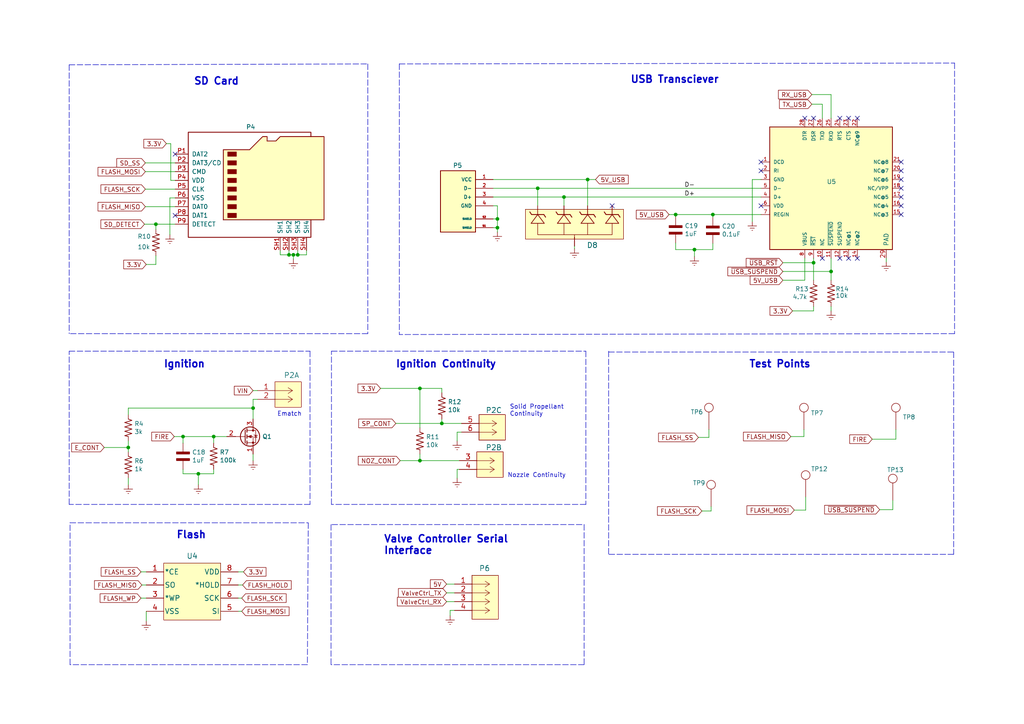
<source format=kicad_sch>
(kicad_sch (version 20211123) (generator eeschema)
  (paper "A4")
  (lib_symbols
    (symbol "Earth_1" (power) (pin_names (offset 0))
      (symbol "Earth_1_0_1"
        (polyline (pts (xy -0.635 -1.905) (xy 0.635 -1.905)))
        (polyline (pts (xy -0.127 -2.54) (xy 0.127 -2.54)))
        (polyline (pts (xy 0 -1.27) (xy 0 0)))
        (polyline (pts (xy 1.27 -1.27) (xy -1.27 -1.27)))
      )
      (symbol "Earth_1_1_1"
        (pin power_in line (at 0 0 270) (length 0) hide (name "Earth") (number "1"))
      )
    )
    (symbol "Earth_2" (power) (pin_names (offset 0))
      (symbol "Earth_2_0_1"
        (polyline (pts (xy -0.635 -1.905) (xy 0.635 -1.905)))
        (polyline (pts (xy -0.127 -2.54) (xy 0.127 -2.54)))
        (polyline (pts (xy 0 -1.27) (xy 0 0)))
        (polyline (pts (xy 1.27 -1.27) (xy -1.27 -1.27)))
      )
      (symbol "Earth_2_1_1"
        (pin power_in line (at 0 0 270) (length 0) hide (name "Earth") (number "1"))
      )
    )
    (symbol "Engine-Controller:140-504-415-000" (pin_names (offset 0.254) hide)
      (property "Reference" "P" (at 7.62 5.08 0))
      (symbol "140-504-415-000_1_1"
        (polyline (pts (xy 5.08 -10.16) (xy 12.7 -10.16)) (stroke (width 0.127)))
        (polyline (pts (xy 5.08 2.54) (xy 5.08 -10.16)) (stroke (width 0.127)))
        (polyline (pts (xy 10.16 -7.62) (xy 5.08 -7.62)) (stroke (width 0.127)))
        (polyline (pts (xy 10.16 -7.62) (xy 8.89 -8.4582)) (stroke (width 0.127)))
        (polyline (pts (xy 10.16 -7.62) (xy 8.89 -6.7818)) (stroke (width 0.127)))
        (polyline (pts (xy 10.16 -5.08) (xy 5.08 -5.08)) (stroke (width 0.127)))
        (polyline (pts (xy 10.16 -5.08) (xy 8.89 -5.9182)) (stroke (width 0.127)))
        (polyline (pts (xy 10.16 -5.08) (xy 8.89 -4.2418)) (stroke (width 0.127)))
        (polyline (pts (xy 10.16 -2.54) (xy 5.08 -2.54)) (stroke (width 0.127)))
        (polyline (pts (xy 10.16 -2.54) (xy 8.89 -3.3782)) (stroke (width 0.127)))
        (polyline (pts (xy 10.16 -2.54) (xy 8.89 -1.7018)) (stroke (width 0.127)))
        (polyline (pts (xy 10.16 0) (xy 5.08 0)) (stroke (width 0.127)))
        (polyline (pts (xy 10.16 0) (xy 8.89 -0.8382)) (stroke (width 0.127)))
        (polyline (pts (xy 10.16 0) (xy 8.89 0.8382)) (stroke (width 0.127)))
        (polyline (pts (xy 12.7 -10.16) (xy 12.7 2.54)) (stroke (width 0.127)))
        (polyline (pts (xy 12.7 2.54) (xy 5.08 2.54)) (stroke (width 0.127)) (fill (type background)))
        (rectangle (start 5.08 2.54) (end 12.7 -10.16) (stroke (width 0.127)) (fill (type background)))
        (pin passive line (at 0 0 0) (length 5.08) (name "+12V") (number "1"))
        (pin passive line (at 0 -2.54 0) (length 5.08) (name "GND") (number "2"))
        (pin passive line (at 0 -5.08 0) (length 5.08) (name "3") (number "3"))
        (pin passive line (at 0 -7.62 0) (length 5.08) (name "4") (number "4"))
      )
    )
    (symbol "Engine-Controller:CAP_0603" (pin_numbers hide) (pin_names (offset 1.016) hide)
      (property "Reference" "C" (at -1.27 3.81 0))
      (property "Value" "Engine-Controller_CAP_0603" (at -3.81 -3.81 0))
      (symbol "CAP_0603_0_0"
        (rectangle (start -1.27 -1.905) (end -0.635 1.905) (fill (type outline)))
        (rectangle (start 0.635 -1.905) (end 1.27 1.905) (fill (type outline)))
        (pin passive line (at 3.81 0 180) (length 2.54) (name "~") (number "1"))
        (pin passive line (at -3.81 0 0) (length 2.54) (name "~") (number "2"))
      )
    )
    (symbol "Engine-Controller:CP2102-GMR(QFN28)" (pin_names (offset 1.016))
      (property "Reference" "U" (at -15.24 19.05 0))
      (symbol "CP2102-GMR(QFN28)_0_0"
        (rectangle (start -17.78 17.78) (end 17.78 -17.78) (stroke (width 0.254)) (fill (type background)))
        (pin bidirectional line (at -20.32 7.62 0) (length 2.54) (name "DCD") (number "1"))
        (pin bidirectional line (at -2.54 -20.32 90) (length 2.54) (name "NC") (number "10"))
        (pin bidirectional line (at 0 -20.32 90) (length 2.54) (name "~{SUSPEND}") (number "11"))
        (pin bidirectional line (at 2.54 -20.32 90) (length 2.54) (name "SUSPEND") (number "12"))
        (pin bidirectional line (at 5.08 -20.32 90) (length 2.54) (name "NC@1") (number "13"))
        (pin bidirectional line (at 7.62 -20.32 90) (length 2.54) (name "NC@2") (number "14"))
        (pin bidirectional line (at 20.32 -7.62 180) (length 2.54) (name "NC@3") (number "15"))
        (pin bidirectional line (at 20.32 -5.08 180) (length 2.54) (name "NC@4") (number "16"))
        (pin bidirectional line (at 20.32 -2.54 180) (length 2.54) (name "NC@5") (number "17"))
        (pin bidirectional line (at 20.32 0 180) (length 2.54) (name "NC/VPP") (number "18"))
        (pin bidirectional line (at 20.32 2.54 180) (length 2.54) (name "NC@6") (number "19"))
        (pin bidirectional line (at -20.32 5.08 0) (length 2.54) (name "RI") (number "2"))
        (pin bidirectional line (at 20.32 5.08 180) (length 2.54) (name "NC@7") (number "20"))
        (pin bidirectional line (at 20.32 7.62 180) (length 2.54) (name "NC@8") (number "21"))
        (pin bidirectional line (at 7.62 20.32 270) (length 2.54) (name "NC@9") (number "22"))
        (pin bidirectional line (at 5.08 20.32 270) (length 2.54) (name "CTS") (number "23"))
        (pin bidirectional line (at 2.54 20.32 270) (length 2.54) (name "RTS") (number "24"))
        (pin bidirectional line (at 0 20.32 270) (length 2.54) (name "RXD") (number "25"))
        (pin bidirectional line (at -2.54 20.32 270) (length 2.54) (name "TXD") (number "26"))
        (pin bidirectional line (at -5.08 20.32 270) (length 2.54) (name "DSR") (number "27"))
        (pin bidirectional line (at -7.62 20.32 270) (length 2.54) (name "DTR") (number "28"))
        (pin power_in line (at -20.32 2.54 0) (length 2.54) (name "GND") (number "3"))
        (pin bidirectional line (at -20.32 -2.54 0) (length 2.54) (name "D+") (number "4"))
        (pin bidirectional line (at -20.32 0 0) (length 2.54) (name "D-") (number "5"))
        (pin bidirectional line (at -20.32 -5.08 0) (length 2.54) (name "VDD") (number "6"))
        (pin power_in line (at -20.32 -7.62 0) (length 2.54) (name "REGIN") (number "7"))
        (pin power_in line (at -7.62 -20.32 90) (length 2.54) (name "VBUS") (number "8"))
        (pin bidirectional line (at -5.08 -20.32 90) (length 2.54) (name "~{RST}") (number "9"))
      )
      (symbol "CP2102-GMR(QFN28)_1_1"
        (pin passive line (at 16.002 -20.32 90) (length 2.54) (name "PAD") (number "29"))
      )
    )
    (symbol "Engine-Controller:Earth" (power) (pin_names (offset 0))
      (symbol "Earth_0_1"
        (polyline (pts (xy -0.635 -1.905) (xy 0.635 -1.905)))
        (polyline (pts (xy -0.127 -2.54) (xy 0.127 -2.54)))
        (polyline (pts (xy 0 -1.27) (xy 0 0)))
        (polyline (pts (xy 1.27 -1.27) (xy -1.27 -1.27)))
      )
      (symbol "Earth_1_1"
        (pin power_in line (at 0 0 270) (length 0) hide (name "Earth") (number "1"))
      )
    )
    (symbol "Engine-Controller:IgnitionScrewTerminal" (pin_names (offset 0.254) hide)
      (property "Reference" "P" (at 8.89 6.35 0))
      (property "Value" "IgnitionScrewTerminal" (at 5.08 -27.94 0))
      (symbol "IgnitionScrewTerminal_0_1"
        (rectangle (start 5.08 2.54) (end 12.7 -4.826) (stroke (width 0.1524)) (fill (type background)))
      )
      (symbol "IgnitionScrewTerminal_1_1"
        (polyline (pts (xy 10.16 -2.54) (xy 5.08 -2.54)) (stroke (width 0.127)))
        (polyline (pts (xy 10.16 -2.54) (xy 8.89 -3.3782)) (stroke (width 0.127)))
        (polyline (pts (xy 10.16 -2.54) (xy 8.89 -1.7018)) (stroke (width 0.127)))
        (polyline (pts (xy 10.16 0) (xy 5.08 0)) (stroke (width 0.127)))
        (polyline (pts (xy 10.16 0) (xy 8.89 -0.8382)) (stroke (width 0.127)))
        (polyline (pts (xy 10.16 0) (xy 8.89 0.8382)) (stroke (width 0.127)))
        (pin passive line (at 0 0 0) (length 5.08) (name "5") (number "1"))
        (pin passive line (at 0 -2.54 0) (length 5.08) (name "6") (number "2"))
      )
      (symbol "IgnitionScrewTerminal_2_1"
        (polyline (pts (xy 5.08 2.54) (xy 5.08 -4.826)) (stroke (width 0.127)))
        (polyline (pts (xy 10.16 -2.54) (xy 5.08 -2.54)) (stroke (width 0.127)))
        (polyline (pts (xy 10.16 -2.54) (xy 8.89 -3.3782)) (stroke (width 0.127)))
        (polyline (pts (xy 10.16 -2.54) (xy 8.89 -1.7018)) (stroke (width 0.127)))
        (polyline (pts (xy 10.16 0) (xy 5.08 0)) (stroke (width 0.127)))
        (polyline (pts (xy 10.16 0) (xy 8.89 -0.8382)) (stroke (width 0.127)))
        (polyline (pts (xy 10.16 0) (xy 8.89 0.8382)) (stroke (width 0.127)))
        (polyline (pts (xy 12.7 -4.826) (xy 12.7 2.54)) (stroke (width 0.127)))
        (polyline (pts (xy 12.7 2.54) (xy 5.08 2.54)) (stroke (width 0.127)))
        (polyline (pts (xy 5.08 -4.826) (xy 8.382 -4.826) (xy 12.7 -4.826)) (stroke (width 0.127)))
        (pin passive line (at 0 0 0) (length 5.08) (name "5") (number "3"))
        (pin passive line (at 0 -2.54 0) (length 5.08) (name "6") (number "4"))
      )
      (symbol "IgnitionScrewTerminal_3_1"
        (polyline (pts (xy 5.08 2.54) (xy 5.08 -4.826)) (stroke (width 0.127)))
        (polyline (pts (xy 10.16 -2.54) (xy 5.08 -2.54)) (stroke (width 0.127)))
        (polyline (pts (xy 10.16 -2.54) (xy 8.89 -3.3782)) (stroke (width 0.127)))
        (polyline (pts (xy 10.16 -2.54) (xy 8.89 -1.7018)) (stroke (width 0.127)))
        (polyline (pts (xy 10.16 0) (xy 5.08 0)) (stroke (width 0.127)))
        (polyline (pts (xy 10.16 0) (xy 8.89 -0.8382)) (stroke (width 0.127)))
        (polyline (pts (xy 10.16 0) (xy 8.89 0.8382)) (stroke (width 0.127)))
        (polyline (pts (xy 12.7 -4.826) (xy 12.7 2.54)) (stroke (width 0.127)))
        (polyline (pts (xy 12.7 2.54) (xy 5.08 2.54)) (stroke (width 0.127)))
        (polyline (pts (xy 5.08 -4.826) (xy 8.382 -4.826) (xy 12.7 -4.826)) (stroke (width 0.127)))
        (pin passive line (at 0 0 0) (length 5.08) (name "5") (number "5"))
        (pin passive line (at 0 -2.54 0) (length 5.08) (name "6") (number "6"))
      )
    )
    (symbol "Engine-Controller:Micro_SD_Card" (pin_names (offset 1.016))
      (property "Reference" "P" (at -16.51 15.24 0))
      (symbol "Micro_SD_Card_0_1"
        (rectangle (start -7.62 -9.525) (end -5.08 -10.795) (fill (type outline)))
        (rectangle (start -7.62 -6.985) (end -5.08 -8.255) (fill (type outline)))
        (rectangle (start -7.62 -4.445) (end -5.08 -5.715) (fill (type outline)))
        (rectangle (start -7.62 -1.905) (end -5.08 -3.175) (fill (type outline)))
        (rectangle (start -7.62 0.635) (end -5.08 -0.635) (fill (type outline)))
        (rectangle (start -7.62 3.175) (end -5.08 1.905) (fill (type outline)))
        (rectangle (start -7.62 5.715) (end -5.08 4.445) (fill (type outline)))
        (rectangle (start -7.62 8.255) (end -5.08 6.985) (fill (type outline)))
        (polyline (pts (xy 16.51 12.7) (xy 16.51 13.97) (xy -19.05 13.97) (xy -19.05 -16.51) (xy 16.51 -16.51) (xy 16.51 -11.43)) (stroke (width 0.254)))
        (polyline (pts (xy -8.89 -11.43) (xy -8.89 8.89) (xy -1.27 8.89) (xy 2.54 12.7) (xy 3.81 12.7) (xy 3.81 11.43) (xy 6.35 11.43) (xy 7.62 12.7) (xy 20.32 12.7) (xy 20.32 -11.43) (xy -8.89 -11.43)) (stroke (width 0.254)) (fill (type background)))
      )
      (symbol "Micro_SD_Card_1_1"
        (pin passive line (at -22.86 7.62 0) (length 3.81) (name "DAT2") (number "P1"))
        (pin bidirectional line (at -22.86 5.08 0) (length 3.81) (name "DAT3/CD") (number "P2"))
        (pin input line (at -22.86 2.54 0) (length 3.81) (name "CMD") (number "P3"))
        (pin power_in line (at -22.86 0 0) (length 3.81) (name "VDD") (number "P4"))
        (pin input line (at -22.86 -2.54 0) (length 3.81) (name "CLK") (number "P5"))
        (pin power_in line (at -22.86 -5.08 0) (length 3.81) (name "VSS") (number "P6"))
        (pin bidirectional line (at -22.86 -7.62 0) (length 3.81) (name "DAT0") (number "P7"))
        (pin passive line (at -22.86 -10.16 0) (length 3.81) (name "DAT1") (number "P8"))
        (pin passive line (at -22.86 -12.7 0) (length 3.81) (name "DETECT") (number "P9"))
        (pin passive line (at 7.62 -20.32 90) (length 3.81) (name "SH1") (number "SH1"))
        (pin passive line (at 10.16 -20.32 90) (length 3.81) (name "SH2") (number "SH2"))
        (pin passive line (at 12.7 -20.32 90) (length 3.81) (name "SH3") (number "SH3"))
        (pin passive line (at 15.24 -20.32 90) (length 3.81) (name "SH4") (number "SH4"))
      )
    )
    (symbol "Engine-Controller:QS5U17TR" (pin_names hide)
      (property "Reference" "Q" (at 5.08 1.905 0))
      (property "Value" "Engine-Controller_QS5U17TR" (at 5.08 0 0))
      (symbol "QS5U17TR_0_1"
        (polyline (pts (xy 0.254 0) (xy -2.54 0)))
        (polyline (pts (xy 0.254 1.905) (xy 0.254 -1.905)) (stroke (width 0.254)))
        (polyline (pts (xy 0.762 -1.27) (xy 0.762 -2.286)) (stroke (width 0.254)))
        (polyline (pts (xy 0.762 0.508) (xy 0.762 -0.508)) (stroke (width 0.254)))
        (polyline (pts (xy 0.762 2.286) (xy 0.762 1.27)) (stroke (width 0.254)))
        (polyline (pts (xy 2.54 2.54) (xy 2.54 1.778)))
        (polyline (pts (xy 2.54 -2.54) (xy 2.54 0) (xy 0.762 0)))
        (polyline (pts (xy 0.762 -1.778) (xy 3.302 -1.778) (xy 3.302 1.778) (xy 0.762 1.778)))
        (polyline (pts (xy 1.016 0) (xy 2.032 0.381) (xy 2.032 -0.381) (xy 1.016 0)) (fill (type outline)))
        (polyline (pts (xy 2.794 0.508) (xy 2.921 0.381) (xy 3.683 0.381) (xy 3.81 0.254)))
        (polyline (pts (xy 3.302 0.381) (xy 2.921 -0.254) (xy 3.683 -0.254) (xy 3.302 0.381)))
        (circle (center 1.651 0) (radius 2.794) (stroke (width 0.254)))
        (circle (center 2.54 -1.778) (radius 0.254) (fill (type outline)))
        (circle (center 2.54 1.778) (radius 0.254) (fill (type outline)))
      )
      (symbol "QS5U17TR_1_1"
        (pin passive line (at 2.54 -5.08 90) (length 2.54) (name "S") (number "1"))
        (pin input line (at -5.08 0 0) (length 2.54) (name "G") (number "2"))
        (pin passive line (at 2.54 5.08 270) (length 2.54) (name "D") (number "3"))
      )
    )
    (symbol "Engine-Controller:RES_0603" (pin_numbers hide) (pin_names (offset 1.016) hide)
      (property "Reference" "R" (at -1.27 1.27 0))
      (property "Value" "Engine-Controller_RES_0603" (at -3.81 -2.54 0))
      (symbol "RES_0603_0_0"
        (polyline (pts (xy -2.54 0) (xy -2.159 1.016)) (stroke (width 0.2032)))
        (polyline (pts (xy -2.159 1.016) (xy -1.524 -1.016)) (stroke (width 0.2032)))
        (polyline (pts (xy -1.524 -1.016) (xy -0.889 1.016)) (stroke (width 0.2032)))
        (polyline (pts (xy -0.889 1.016) (xy -0.254 -1.016)) (stroke (width 0.2032)))
        (polyline (pts (xy -0.254 -1.016) (xy 0.381 1.016)) (stroke (width 0.2032)))
        (polyline (pts (xy 0.381 1.016) (xy 1.016 -1.016)) (stroke (width 0.2032)))
        (polyline (pts (xy 1.016 -1.016) (xy 1.651 1.016)) (stroke (width 0.2032)))
        (polyline (pts (xy 1.651 1.016) (xy 2.286 -1.016)) (stroke (width 0.2032)))
        (polyline (pts (xy 2.286 -1.016) (xy 2.54 0)) (stroke (width 0.2032)))
        (pin passive line (at -3.81 0 0) (length 1.27) (name "~") (number "1"))
        (pin passive line (at 3.81 0 180) (length 1.27) (name "~") (number "2"))
      )
    )
    (symbol "Engine-Controller:SP0504BAHTG" (pin_numbers hide) (pin_names hide)
      (property "Reference" "D" (at -15.748 2.54 0))
      (symbol "SP0504BAHTG_0_1"
        (rectangle (start -14.224 5.334) (end 14.224 -3.302) (stroke (width 0.1524)) (fill (type background)))
        (polyline (pts (xy -8.89 3.81) (xy -8.382 3.048)) (stroke (width 0.254)))
        (polyline (pts (xy -3.048 1.27) (xy -3.048 -2.032)) (stroke (width 0.1524)))
        (polyline (pts (xy 3.81 1.27) (xy 3.81 -2.032)) (stroke (width 0.1524)))
        (polyline (pts (xy -8.89 3.81) (xy -12.446 3.81) (xy -12.954 4.572)) (stroke (width 0.254)))
        (polyline (pts (xy 10.922 1.27) (xy 10.922 -1.778) (xy 10.922 -2.032) (xy 0 -2.032)) (stroke (width 0.1524)))
        (polyline (pts (xy -10.668 1.27) (xy -10.668 -2.032) (xy 0 -2.032) (xy 0 -2.794) (xy 0 -3.048)) (stroke (width 0.1524)))
      )
      (symbol "SP0504BAHTG_1_1"
        (polyline (pts (xy -12.573 1.27) (xy -8.763 1.27)) (stroke (width 0.2032)))
        (polyline (pts (xy -10.668 3.81) (xy -12.573 1.27)) (stroke (width 0.2032)))
        (polyline (pts (xy -8.763 1.27) (xy -10.668 3.81)) (stroke (width 0.2032)))
        (polyline (pts (xy -4.953 1.27) (xy -1.143 1.27)) (stroke (width 0.2032)))
        (polyline (pts (xy -3.048 3.81) (xy -4.953 1.27)) (stroke (width 0.2032)))
        (polyline (pts (xy -1.27 3.81) (xy -0.762 3.048)) (stroke (width 0.254)))
        (polyline (pts (xy -1.143 1.27) (xy -3.048 3.81)) (stroke (width 0.2032)))
        (polyline (pts (xy 1.905 1.27) (xy 5.715 1.27)) (stroke (width 0.2032)))
        (polyline (pts (xy 3.81 3.81) (xy 1.905 1.27)) (stroke (width 0.2032)))
        (polyline (pts (xy 5.588 3.81) (xy 6.096 3.048)) (stroke (width 0.254)))
        (polyline (pts (xy 5.715 1.27) (xy 3.81 3.81)) (stroke (width 0.2032)))
        (polyline (pts (xy 9.017 1.27) (xy 12.827 1.27)) (stroke (width 0.2032)))
        (polyline (pts (xy 10.922 3.81) (xy 9.017 1.27)) (stroke (width 0.2032)))
        (polyline (pts (xy 12.7 3.81) (xy 13.208 3.048)) (stroke (width 0.254)))
        (polyline (pts (xy 12.827 1.27) (xy 10.922 3.81)) (stroke (width 0.2032)))
        (polyline (pts (xy -1.27 3.81) (xy -4.826 3.81) (xy -5.334 4.572)) (stroke (width 0.254)))
        (polyline (pts (xy 5.588 3.81) (xy 2.032 3.81) (xy 1.524 4.572)) (stroke (width 0.254)))
        (polyline (pts (xy 12.7 3.81) (xy 9.144 3.81) (xy 8.636 4.572)) (stroke (width 0.254)))
        (pin passive line (at -10.668 6.35 270) (length 2.54) (name "~") (number "1"))
        (pin passive line (at 0 -5.334 90) (length 2.54) (name "~") (number "2"))
        (pin passive line (at -3.048 6.35 270) (length 2.54) (name "~") (number "3"))
        (pin passive line (at 3.81 6.35 270) (length 2.54) (name "~") (number "4"))
        (pin passive line (at 10.922 6.35 270) (length 2.54) (name "~") (number "5"))
      )
    )
    (symbol "Engine-Controller:SST25VF040B-50-4I-S2AE-T" (pin_names (offset 0.254))
      (property "Reference" "U" (at -2.54 6.35 0))
      (symbol "SST25VF040B-50-4I-S2AE-T_1_1"
        (rectangle (start -8.89 5.08) (end 7.62 -11.43) (stroke (width 0.1524)) (fill (type background)))
        (pin input line (at -13.97 2.54 0) (length 5.08) (name "*CE") (number "1"))
        (pin output line (at -13.97 -1.27 0) (length 5.08) (name "SO") (number "2"))
        (pin input line (at -13.97 -5.08 0) (length 5.08) (name "*WP") (number "3"))
        (pin power_in line (at -13.97 -8.89 0) (length 5.08) (name "VSS") (number "4"))
        (pin input line (at 12.7 -8.89 180) (length 5.08) (name "SI") (number "5"))
        (pin input line (at 12.7 -5.08 180) (length 5.08) (name "SCK") (number "6"))
        (pin input line (at 12.7 -1.27 180) (length 5.08) (name "*HOLD") (number "7"))
        (pin power_in line (at 12.7 2.54 180) (length 5.08) (name "VDD") (number "8"))
      )
    )
    (symbol "Engine-Controller:TP" (pin_numbers hide) (pin_names (offset 1.016) hide)
      (property "Reference" "TP" (at 0 8.89 0))
      (property "Value" "Engine-Controller_TP" (at 0 8.89 0))
      (symbol "TP_0_1"
        (circle (center 0 6.35) (radius 1.27))
      )
      (symbol "TP_1_1"
        (pin passive line (at 0 0 90) (length 5.08) (name "~") (number "1"))
      )
    )
    (symbol "Engine-Controller:USB" (pin_names (offset 1.016))
      (property "Reference" "P" (at -5.08 10.922 0))
      (symbol "USB_0_0"
        (rectangle (start -5.08 -7.62) (end 5.08 10.16) (stroke (width 0.254)) (fill (type background)))
        (pin power_out line (at -10.16 7.62 0) (length 5.08) (name "VCC") (number "1"))
        (pin bidirectional line (at -10.16 5.08 0) (length 5.08) (name "D-") (number "2"))
        (pin bidirectional line (at -10.16 2.54 0) (length 5.08) (name "D+") (number "3"))
        (pin power_out line (at -10.16 0 0) (length 5.08) (name "GND") (number "4"))
        (pin passive line (at -10.16 -6.35 0) (length 5.08) (name "SHIELD") (number "S1"))
        (pin passive line (at -10.16 -3.81 0) (length 5.08) (name "SHIELD") (number "S2"))
      )
    )
    (symbol "IgnitionScrewTerminal_1" (pin_names (offset 0.254) hide)
      (property "Reference" "P" (at 8.89 6.35 0))
      (property "Value" "IgnitionScrewTerminal_1" (at 5.08 -27.94 0))
      (symbol "IgnitionScrewTerminal_1_0_1"
        (rectangle (start 5.08 2.54) (end 12.7 -4.826) (stroke (width 0.1524)) (fill (type background)))
      )
      (symbol "IgnitionScrewTerminal_1_1_1"
        (polyline (pts (xy 10.16 -2.54) (xy 5.08 -2.54)) (stroke (width 0.127)))
        (polyline (pts (xy 10.16 -2.54) (xy 8.89 -3.3782)) (stroke (width 0.127)))
        (polyline (pts (xy 10.16 -2.54) (xy 8.89 -1.7018)) (stroke (width 0.127)))
        (polyline (pts (xy 10.16 0) (xy 5.08 0)) (stroke (width 0.127)))
        (polyline (pts (xy 10.16 0) (xy 8.89 -0.8382)) (stroke (width 0.127)))
        (polyline (pts (xy 10.16 0) (xy 8.89 0.8382)) (stroke (width 0.127)))
        (pin passive line (at 0 0 0) (length 5.08) (name "5") (number "1"))
        (pin passive line (at 0 -2.54 0) (length 5.08) (name "6") (number "2"))
      )
      (symbol "IgnitionScrewTerminal_1_2_1"
        (polyline (pts (xy 5.08 2.54) (xy 5.08 -4.826)) (stroke (width 0.127)))
        (polyline (pts (xy 10.16 -2.54) (xy 5.08 -2.54)) (stroke (width 0.127)))
        (polyline (pts (xy 10.16 -2.54) (xy 8.89 -3.3782)) (stroke (width 0.127)))
        (polyline (pts (xy 10.16 -2.54) (xy 8.89 -1.7018)) (stroke (width 0.127)))
        (polyline (pts (xy 10.16 0) (xy 5.08 0)) (stroke (width 0.127)))
        (polyline (pts (xy 10.16 0) (xy 8.89 -0.8382)) (stroke (width 0.127)))
        (polyline (pts (xy 10.16 0) (xy 8.89 0.8382)) (stroke (width 0.127)))
        (polyline (pts (xy 12.7 -4.826) (xy 12.7 2.54)) (stroke (width 0.127)))
        (polyline (pts (xy 12.7 2.54) (xy 5.08 2.54)) (stroke (width 0.127)))
        (polyline (pts (xy 5.08 -4.826) (xy 8.382 -4.826) (xy 12.7 -4.826)) (stroke (width 0.127)))
        (pin passive line (at 0 0 0) (length 5.08) (name "5") (number "3"))
        (pin passive line (at 0 -2.54 0) (length 5.08) (name "6") (number "4"))
      )
      (symbol "IgnitionScrewTerminal_1_3_1"
        (polyline (pts (xy 5.08 2.54) (xy 5.08 -4.826)) (stroke (width 0.127)))
        (polyline (pts (xy 10.16 -2.54) (xy 5.08 -2.54)) (stroke (width 0.127)))
        (polyline (pts (xy 10.16 -2.54) (xy 8.89 -3.3782)) (stroke (width 0.127)))
        (polyline (pts (xy 10.16 -2.54) (xy 8.89 -1.7018)) (stroke (width 0.127)))
        (polyline (pts (xy 10.16 0) (xy 5.08 0)) (stroke (width 0.127)))
        (polyline (pts (xy 10.16 0) (xy 8.89 -0.8382)) (stroke (width 0.127)))
        (polyline (pts (xy 10.16 0) (xy 8.89 0.8382)) (stroke (width 0.127)))
        (polyline (pts (xy 12.7 -4.826) (xy 12.7 2.54)) (stroke (width 0.127)))
        (polyline (pts (xy 12.7 2.54) (xy 5.08 2.54)) (stroke (width 0.127)))
        (polyline (pts (xy 5.08 -4.826) (xy 8.382 -4.826) (xy 12.7 -4.826)) (stroke (width 0.127)))
        (pin passive line (at 0 0 0) (length 5.08) (name "5") (number "5"))
        (pin passive line (at 0 -2.54 0) (length 5.08) (name "6") (number "6"))
      )
    )
    (symbol "IgnitionScrewTerminal_2" (pin_names (offset 0.254) hide)
      (property "Reference" "P" (at 8.89 6.35 0))
      (property "Value" "IgnitionScrewTerminal_2" (at 5.08 -27.94 0))
      (symbol "IgnitionScrewTerminal_2_0_1"
        (rectangle (start 5.08 2.54) (end 12.7 -4.826) (stroke (width 0.1524)) (fill (type background)))
      )
      (symbol "IgnitionScrewTerminal_2_1_1"
        (polyline (pts (xy 10.16 -2.54) (xy 5.08 -2.54)) (stroke (width 0.127)))
        (polyline (pts (xy 10.16 -2.54) (xy 8.89 -3.3782)) (stroke (width 0.127)))
        (polyline (pts (xy 10.16 -2.54) (xy 8.89 -1.7018)) (stroke (width 0.127)))
        (polyline (pts (xy 10.16 0) (xy 5.08 0)) (stroke (width 0.127)))
        (polyline (pts (xy 10.16 0) (xy 8.89 -0.8382)) (stroke (width 0.127)))
        (polyline (pts (xy 10.16 0) (xy 8.89 0.8382)) (stroke (width 0.127)))
        (pin passive line (at 0 0 0) (length 5.08) (name "5") (number "1"))
        (pin passive line (at 0 -2.54 0) (length 5.08) (name "6") (number "2"))
      )
      (symbol "IgnitionScrewTerminal_2_2_1"
        (polyline (pts (xy 5.08 2.54) (xy 5.08 -4.826)) (stroke (width 0.127)))
        (polyline (pts (xy 10.16 -2.54) (xy 5.08 -2.54)) (stroke (width 0.127)))
        (polyline (pts (xy 10.16 -2.54) (xy 8.89 -3.3782)) (stroke (width 0.127)))
        (polyline (pts (xy 10.16 -2.54) (xy 8.89 -1.7018)) (stroke (width 0.127)))
        (polyline (pts (xy 10.16 0) (xy 5.08 0)) (stroke (width 0.127)))
        (polyline (pts (xy 10.16 0) (xy 8.89 -0.8382)) (stroke (width 0.127)))
        (polyline (pts (xy 10.16 0) (xy 8.89 0.8382)) (stroke (width 0.127)))
        (polyline (pts (xy 12.7 -4.826) (xy 12.7 2.54)) (stroke (width 0.127)))
        (polyline (pts (xy 12.7 2.54) (xy 5.08 2.54)) (stroke (width 0.127)))
        (polyline (pts (xy 5.08 -4.826) (xy 8.382 -4.826) (xy 12.7 -4.826)) (stroke (width 0.127)))
        (pin passive line (at 0 0 0) (length 5.08) (name "5") (number "3"))
        (pin passive line (at 0 -2.54 0) (length 5.08) (name "6") (number "4"))
      )
      (symbol "IgnitionScrewTerminal_2_3_1"
        (polyline (pts (xy 5.08 2.54) (xy 5.08 -4.826)) (stroke (width 0.127)))
        (polyline (pts (xy 10.16 -2.54) (xy 5.08 -2.54)) (stroke (width 0.127)))
        (polyline (pts (xy 10.16 -2.54) (xy 8.89 -3.3782)) (stroke (width 0.127)))
        (polyline (pts (xy 10.16 -2.54) (xy 8.89 -1.7018)) (stroke (width 0.127)))
        (polyline (pts (xy 10.16 0) (xy 5.08 0)) (stroke (width 0.127)))
        (polyline (pts (xy 10.16 0) (xy 8.89 -0.8382)) (stroke (width 0.127)))
        (polyline (pts (xy 10.16 0) (xy 8.89 0.8382)) (stroke (width 0.127)))
        (polyline (pts (xy 12.7 -4.826) (xy 12.7 2.54)) (stroke (width 0.127)))
        (polyline (pts (xy 12.7 2.54) (xy 5.08 2.54)) (stroke (width 0.127)))
        (polyline (pts (xy 5.08 -4.826) (xy 8.382 -4.826) (xy 12.7 -4.826)) (stroke (width 0.127)))
        (pin passive line (at 0 0 0) (length 5.08) (name "5") (number "5"))
        (pin passive line (at 0 -2.54 0) (length 5.08) (name "6") (number "6"))
      )
    )
  )
  (junction (at 128.143 122.809))
  (junction (at 195.961 62.23))
  (junction (at 170.434 52.07))
  (junction (at 144.272 63.5))
  (junction (at 86.36 73.914))
  (junction (at 241.046 78.74))
  (junction (at 37.211 129.794))
  (junction (at 144.272 66.04))
  (junction (at 121.793 133.604))
  (junction (at 121.793 112.649))
  (junction (at 83.82 73.914))
  (junction (at 163.576 57.15))
  (junction (at 206.756 62.23))
  (junction (at 45.212 65.024))
  (junction (at 85.09 73.914))
  (junction (at 155.956 54.61))
  (junction (at 201.422 72.39))
  (junction (at 61.976 126.619))
  (junction (at 235.966 76.2))
  (junction (at 53.086 126.619))
  (junction (at 73.406 118.364))
  (junction (at 57.531 137.414))
  (no_connect (at 248.666 74.93))
  (no_connect (at 261.366 57.15))
  (no_connect (at 261.366 62.23))
  (no_connect (at 220.726 59.69))
  (no_connect (at 233.426 34.29))
  (no_connect (at 248.666 34.29))
  (no_connect (at 243.586 34.29))
  (no_connect (at 246.126 74.93))
  (no_connect (at 261.366 52.07))
  (no_connect (at 261.366 59.69))
  (no_connect (at 261.366 46.99))
  (no_connect (at 177.546 59.69))
  (no_connect (at 50.8 62.484))
  (no_connect (at 50.8 44.704))
  (no_connect (at 261.366 54.61))
  (no_connect (at 261.366 49.53))
  (no_connect (at 243.586 74.93))
  (no_connect (at 235.966 34.29))
  (no_connect (at 220.726 49.53))
  (no_connect (at 238.506 74.93))
  (no_connect (at 220.726 46.99))
  (no_connect (at 246.126 34.29))
  (wire (pts (xy 73.406 113.284) (xy 74.676 113.284)))
  (wire (pts (xy 45.212 66.548) (xy 45.212 65.024)))
  (wire (pts (xy 227.076 76.2) (xy 235.966 76.2)))
  (wire (pts (xy 132.588 138.684) (xy 132.588 136.144)))
  (wire (pts (xy 88.9 72.644) (xy 88.9 73.914)))
  (wire (pts (xy 69.088 165.862) (xy 70.612 165.862)))
  (wire (pts (xy 230.378 147.955) (xy 233.68 147.955)))
  (wire (pts (xy 255.143 147.828) (xy 258.953 147.828)))
  (wire (pts (xy 129.54 174.498) (xy 131.826 174.498)))
  (wire (pts (xy 50.8 57.404) (xy 49.276 57.404)))
  (wire (pts (xy 70.104 177.292) (xy 69.088 177.292)))
  (wire (pts (xy 133.223 133.604) (xy 121.793 133.604)))
  (polyline (pts (xy 276.86 96.774) (xy 115.824 97.028)))
  (wire (pts (xy 241.046 90.17) (xy 241.046 88.9)))
  (wire (pts (xy 220.726 52.07) (xy 218.186 52.07)))
  (wire (pts (xy 57.531 137.414) (xy 61.976 137.414)))
  (wire (pts (xy 229.362 126.619) (xy 233.172 126.619)))
  (polyline (pts (xy 96.266 152.146) (xy 169.418 152.146)))
  (polyline (pts (xy 20.066 101.854) (xy 89.916 101.854)))
  (wire (pts (xy 144.272 63.5) (xy 144.272 66.04)))
  (wire (pts (xy 170.434 52.07) (xy 172.72 52.07)))
  (wire (pts (xy 235.966 74.93) (xy 235.966 76.2)))
  (wire (pts (xy 61.976 137.414) (xy 61.976 136.144)))
  (wire (pts (xy 235.458 27.432) (xy 241.046 27.432)))
  (wire (pts (xy 166.624 71.374) (xy 166.624 72.136)))
  (wire (pts (xy 163.576 59.69) (xy 163.576 57.15)))
  (wire (pts (xy 143.002 54.61) (xy 155.956 54.61)))
  (wire (pts (xy 121.793 124.079) (xy 121.793 112.649)))
  (polyline (pts (xy 89.408 151.638) (xy 89.154 192.786)))
  (wire (pts (xy 143.002 57.15) (xy 163.576 57.15)))
  (wire (pts (xy 195.961 70.485) (xy 195.961 72.39)))
  (wire (pts (xy 88.9 73.914) (xy 86.36 73.914)))
  (polyline (pts (xy 169.418 152.146) (xy 169.418 192.786)))
  (wire (pts (xy 155.956 54.61) (xy 220.726 54.61)))
  (wire (pts (xy 37.211 140.589) (xy 37.211 138.684)))
  (wire (pts (xy 194.056 62.23) (xy 195.961 62.23)))
  (wire (pts (xy 170.434 59.69) (xy 170.434 52.07)))
  (wire (pts (xy 45.212 76.708) (xy 45.212 74.168)))
  (wire (pts (xy 86.36 72.644) (xy 86.36 73.914)))
  (wire (pts (xy 53.086 137.414) (xy 57.531 137.414)))
  (polyline (pts (xy 89.916 101.854) (xy 89.916 146.304)))
  (wire (pts (xy 195.961 72.39) (xy 201.422 72.39)))
  (wire (pts (xy 81.28 72.644) (xy 81.28 73.914)))
  (wire (pts (xy 49.276 57.404) (xy 49.276 68.072)))
  (polyline (pts (xy 96.012 152.146) (xy 96.012 192.786)))
  (wire (pts (xy 235.966 76.2) (xy 235.966 81.28)))
  (wire (pts (xy 73.406 121.539) (xy 73.406 118.364)))
  (wire (pts (xy 143.002 66.04) (xy 144.272 66.04)))
  (wire (pts (xy 195.961 62.23) (xy 206.756 62.23)))
  (wire (pts (xy 201.422 74.422) (xy 201.422 72.39)))
  (wire (pts (xy 85.09 73.914) (xy 85.09 75.184)))
  (polyline (pts (xy 20.066 18.796) (xy 106.68 18.542)))
  (wire (pts (xy 42.418 76.708) (xy 45.212 76.708)))
  (wire (pts (xy 206.756 72.39) (xy 201.422 72.39)))
  (wire (pts (xy 121.793 112.649) (xy 110.363 112.649)))
  (wire (pts (xy 257.048 74.93) (xy 257.048 75.946)))
  (wire (pts (xy 69.088 173.482) (xy 70.104 173.482)))
  (polyline (pts (xy 96.139 146.304) (xy 96.139 101.854)))
  (wire (pts (xy 143.002 59.69) (xy 144.272 59.69)))
  (wire (pts (xy 41.91 65.024) (xy 45.212 65.024)))
  (polyline (pts (xy 176.53 102.108) (xy 276.606 102.108)))
  (wire (pts (xy 129.54 169.418) (xy 131.826 169.418)))
  (wire (pts (xy 130.556 177.038) (xy 130.556 178.562)))
  (polyline (pts (xy 176.53 101.854) (xy 176.53 160.782)))
  (wire (pts (xy 229.87 90.17) (xy 235.966 90.17)))
  (wire (pts (xy 227.076 78.74) (xy 241.046 78.74)))
  (wire (pts (xy 128.143 112.649) (xy 121.793 112.649)))
  (wire (pts (xy 131.826 177.038) (xy 130.556 177.038)))
  (polyline (pts (xy 276.86 18.288) (xy 276.86 96.774)))
  (wire (pts (xy 83.82 72.644) (xy 83.82 73.914)))
  (wire (pts (xy 227.076 81.28) (xy 233.426 81.28)))
  (wire (pts (xy 83.82 73.914) (xy 85.09 73.914)))
  (wire (pts (xy 53.086 136.144) (xy 53.086 137.414)))
  (wire (pts (xy 259.842 127.381) (xy 259.842 124.587)))
  (wire (pts (xy 258.953 147.828) (xy 258.953 145.161)))
  (wire (pts (xy 252.984 127.381) (xy 259.842 127.381)))
  (wire (pts (xy 121.793 133.604) (xy 121.793 131.699)))
  (wire (pts (xy 86.36 73.914) (xy 85.09 73.914)))
  (wire (pts (xy 205.613 124.587) (xy 205.613 126.873)))
  (wire (pts (xy 73.406 115.824) (xy 74.676 115.824)))
  (wire (pts (xy 195.961 62.23) (xy 195.961 62.865)))
  (wire (pts (xy 218.186 52.07) (xy 218.186 64.262)))
  (wire (pts (xy 205.613 126.873) (xy 202.565 126.873)))
  (wire (pts (xy 203.581 148.209) (xy 206.248 148.209)))
  (wire (pts (xy 81.28 73.914) (xy 83.82 73.914)))
  (wire (pts (xy 121.793 133.604) (xy 116.078 133.604)))
  (wire (pts (xy 128.143 121.539) (xy 128.143 122.809)))
  (wire (pts (xy 143.002 52.07) (xy 170.434 52.07)))
  (wire (pts (xy 206.248 148.209) (xy 206.248 146.939)))
  (wire (pts (xy 53.086 128.524) (xy 53.086 126.619)))
  (polyline (pts (xy 169.926 146.304) (xy 96.139 146.304)))
  (wire (pts (xy 69.088 169.672) (xy 70.358 169.672)))
  (wire (pts (xy 45.212 65.024) (xy 50.8 65.024)))
  (wire (pts (xy 206.756 62.23) (xy 220.726 62.23)))
  (polyline (pts (xy 106.68 18.542) (xy 106.68 96.774)))
  (wire (pts (xy 42.418 177.292) (xy 42.418 180.086)))
  (wire (pts (xy 129.54 171.958) (xy 131.826 171.958)))
  (polyline (pts (xy 20.066 146.304) (xy 20.066 101.854)))
  (wire (pts (xy 41.148 169.672) (xy 42.418 169.672)))
  (wire (pts (xy 48.26 41.656) (xy 49.53 41.656)))
  (wire (pts (xy 132.588 125.349) (xy 132.588 127.889)))
  (wire (pts (xy 144.272 66.04) (xy 144.272 67.31)))
  (polyline (pts (xy 20.32 192.786) (xy 20.32 151.638)))
  (polyline (pts (xy 276.606 160.782) (xy 176.53 160.782)))
  (polyline (pts (xy 169.418 192.786) (xy 96.012 192.786)))
  (wire (pts (xy 206.756 70.612) (xy 206.756 72.39)))
  (polyline (pts (xy 96.139 101.854) (xy 169.926 101.854)))
  (wire (pts (xy 233.172 126.619) (xy 233.172 124.587)))
  (wire (pts (xy 133.858 125.349) (xy 132.588 125.349)))
  (wire (pts (xy 61.976 126.619) (xy 61.976 128.524)))
  (wire (pts (xy 143.002 63.5) (xy 144.272 63.5)))
  (wire (pts (xy 37.211 129.794) (xy 37.211 127.889)))
  (wire (pts (xy 42.164 49.784) (xy 50.8 49.784)))
  (wire (pts (xy 155.956 59.69) (xy 155.956 54.61)))
  (polyline (pts (xy 169.926 101.854) (xy 169.926 146.304)))
  (wire (pts (xy 233.68 147.955) (xy 233.68 144.145)))
  (wire (pts (xy 206.756 62.23) (xy 206.756 62.992)))
  (polyline (pts (xy 20.32 151.638) (xy 89.408 151.638)))
  (wire (pts (xy 238.506 34.29) (xy 238.506 30.226)))
  (wire (pts (xy 163.576 57.15) (xy 220.726 57.15)))
  (wire (pts (xy 238.506 30.226) (xy 235.458 30.226)))
  (polyline (pts (xy 20.066 18.796) (xy 20.066 96.774)))
  (wire (pts (xy 144.272 59.69) (xy 144.272 63.5)))
  (wire (pts (xy 40.894 165.862) (xy 42.418 165.862)))
  (wire (pts (xy 233.426 81.28) (xy 233.426 74.93)))
  (polyline (pts (xy 89.154 192.786) (xy 20.32 192.786)))
  (wire (pts (xy 241.046 78.74) (xy 241.046 81.28)))
  (wire (pts (xy 37.211 120.269) (xy 37.211 118.364)))
  (wire (pts (xy 30.226 129.794) (xy 37.211 129.794)))
  (wire (pts (xy 37.211 131.064) (xy 37.211 129.794)))
  (wire (pts (xy 128.143 113.919) (xy 128.143 112.649)))
  (polyline (pts (xy 115.824 18.542) (xy 115.824 97.028)))
  (wire (pts (xy 42.164 59.944) (xy 50.8 59.944)))
  (polyline (pts (xy 106.68 96.774) (xy 20.066 96.774)))
  (wire (pts (xy 73.406 133.604) (xy 73.406 131.699)))
  (wire (pts (xy 49.53 52.324) (xy 50.8 52.324)))
  (wire (pts (xy 37.211 118.364) (xy 73.406 118.364)))
  (polyline (pts (xy 89.916 146.304) (xy 20.066 146.304)))
  (wire (pts (xy 65.786 126.619) (xy 61.976 126.619)))
  (wire (pts (xy 114.808 122.809) (xy 128.143 122.809)))
  (polyline (pts (xy 20.32 151.638) (xy 20.32 151.638)))
  (wire (pts (xy 50.8 47.244) (xy 42.164 47.244)))
  (wire (pts (xy 132.588 136.144) (xy 133.223 136.144)))
  (wire (pts (xy 241.046 78.74) (xy 241.046 74.93)))
  (wire (pts (xy 42.164 54.864) (xy 50.8 54.864)))
  (wire (pts (xy 53.086 126.619) (xy 61.976 126.619)))
  (polyline (pts (xy 115.824 18.542) (xy 276.86 18.288)))
  (wire (pts (xy 241.046 27.432) (xy 241.046 34.29)))
  (wire (pts (xy 53.086 126.619) (xy 50.546 126.619)))
  (wire (pts (xy 49.53 41.656) (xy 49.53 52.324)))
  (wire (pts (xy 42.418 173.482) (xy 40.894 173.482)))
  (wire (pts (xy 235.966 88.9) (xy 235.966 90.17)))
  (polyline (pts (xy 276.606 102.108) (xy 276.606 160.782)))
  (wire (pts (xy 57.531 137.414) (xy 57.531 140.589)))
  (wire (pts (xy 73.406 118.364) (xy 73.406 115.824)))
  (wire (pts (xy 128.143 122.809) (xy 133.858 122.809)))
  (text "SD Card" (at 56.134 24.892 0) (effects (font (size 2.08 2.08) (thickness 0.416) bold) (justify left bottom)))
  (text "Ematch\n" (at 80.391 120.904 0) (effects (font (size 1.27 1.27)) (justify left bottom)))
  (text "USB Transciever" (at 182.753 24.384 0) (effects (font (size 2.08 2.08) bold) (justify left bottom)))
  (text "Ignition Continuity" (at 114.681 106.934 0) (effects (font (size 2.08 2.08) (thickness 0.416) bold) (justify left bottom)))
  (text "Ignition" (at 47.371 106.934 0) (effects (font (size 2.08 2.08) (thickness 0.416) bold) (justify left bottom)))
  (text "Flash" (at 51.054 156.464 0) (effects (font (size 2.08 2.08) (thickness 0.416) bold) (justify left bottom)))
  (text "Test Points" (at 217.17 106.934 0) (effects (font (size 2.08 2.08) (thickness 0.416) bold) (justify left bottom)))
  (text "Nozzle Continuity\n" (at 147.193 138.684 0) (effects (font (size 1.27 1.27)) (justify left bottom)))
  (text "Solid Propellant\nContinuity\n" (at 147.828 120.904 0) (effects (font (size 1.27 1.27)) (justify left bottom)))
  (text "Valve Controller Serial\nInterface" (at 111.252 161.036 0) (effects (font (size 2.08 2.08) (thickness 0.416) bold) (justify left bottom)))
  (label "D+" (at 198.501 57.15 0))
  (label "D-" (at 198.501 54.61 0))
  (global_label "3.3V" (shape input) (at 110.363 112.649 180) (property "Intersheet References" "${INTERSHEET_REFS}" (effects hide)))
  (global_label "SD_SS" (shape input) (at 42.164 47.244 180) (property "Intersheet References" "${INTERSHEET_REFS}" (effects hide)))
  (global_label "5V" (shape input) (at 129.54 169.418 180) (property "Intersheet References" "${INTERSHEET_REFS}" (effects hide)))
  (global_label "ValveCtrl_TX" (shape input) (at 129.54 171.958 180) (property "Intersheet References" "${INTERSHEET_REFS}" (effects hide)))
  (global_label "FLASH_SS" (shape input) (at 202.565 126.873 180) (property "Intersheet References" "${INTERSHEET_REFS}" (effects hide)))
  (global_label "5V_USB" (shape input) (at 194.056 62.23 180) (property "Intersheet References" "${INTERSHEET_REFS}" (effects hide)))
  (global_label "FLASH_HOLD" (shape input) (at 70.358 169.672 0) (property "Intersheet References" "${INTERSHEET_REFS}" (effects hide)))
  (global_label "FLASH_SCK" (shape input) (at 203.581 148.209 180) (property "Intersheet References" "${INTERSHEET_REFS}" (effects hide)))
  (global_label "FIRE" (shape input) (at 50.546 126.619 180) (property "Intersheet References" "${INTERSHEET_REFS}" (effects hide)))
  (global_label "FLASH_MOSI" (shape input) (at 42.164 49.784 180) (property "Intersheet References" "${INTERSHEET_REFS}" (effects hide)))
  (global_label "ValveCtrl_RX" (shape input) (at 129.54 174.498 180) (property "Intersheet References" "${INTERSHEET_REFS}" (effects hide)))
  (global_label "NOZ_CONT" (shape input) (at 116.078 133.604 180) (property "Intersheet References" "${INTERSHEET_REFS}" (effects hide)))
  (global_label "5V_USB" (shape input) (at 172.72 52.07 0) (property "Intersheet References" "${INTERSHEET_REFS}" (effects hide)))
  (global_label "VIN" (shape input) (at 73.406 113.284 180) (property "Intersheet References" "${INTERSHEET_REFS}" (effects hide)))
  (global_label "FLASH_MISO" (shape input) (at 229.362 126.619 180) (property "Intersheet References" "${INTERSHEET_REFS}" (effects hide)))
  (global_label "FLASH_WP" (shape input) (at 40.894 173.482 180) (property "Intersheet References" "${INTERSHEET_REFS}" (effects hide)))
  (global_label "3.3V" (shape input) (at 42.418 76.708 180) (property "Intersheet References" "${INTERSHEET_REFS}" (effects hide)))
  (global_label "FLASH_SCK" (shape input) (at 70.104 173.482 0) (property "Intersheet References" "${INTERSHEET_REFS}" (effects hide)))
  (global_label "~{USB_SUSPEND}" (shape input) (at 227.076 78.74 180) (property "Intersheet References" "${INTERSHEET_REFS}" (effects hide)))
  (global_label "E_CONT" (shape input) (at 30.226 129.794 180) (property "Intersheet References" "${INTERSHEET_REFS}" (effects hide)))
  (global_label "~{USB_RST}" (shape input) (at 227.076 76.2 180) (property "Intersheet References" "${INTERSHEET_REFS}" (effects hide)))
  (global_label "FLASH_MISO" (shape input) (at 42.164 59.944 180) (property "Intersheet References" "${INTERSHEET_REFS}" (effects hide)))
  (global_label "FLASH_MOSI" (shape input) (at 70.104 177.292 0) (property "Intersheet References" "${INTERSHEET_REFS}" (effects hide)))
  (global_label "3.3V" (shape input) (at 48.26 41.656 180) (property "Intersheet References" "${INTERSHEET_REFS}" (effects hide)))
  (global_label "FLASH_SCK" (shape input) (at 42.164 54.864 180) (property "Intersheet References" "${INTERSHEET_REFS}" (effects hide)))
  (global_label "FLASH_MOSI" (shape input) (at 230.378 147.955 180) (property "Intersheet References" "${INTERSHEET_REFS}" (effects hide)))
  (global_label "3.3V" (shape input) (at 70.612 165.862 0) (property "Intersheet References" "${INTERSHEET_REFS}" (effects hide)))
  (global_label "3.3V" (shape input) (at 229.87 90.17 180) (property "Intersheet References" "${INTERSHEET_REFS}" (effects hide)))
  (global_label "SP_CONT" (shape input) (at 114.808 122.809 180) (property "Intersheet References" "${INTERSHEET_REFS}" (effects hide)))
  (global_label "FLASH_SS" (shape input) (at 40.894 165.862 180) (property "Intersheet References" "${INTERSHEET_REFS}" (effects hide)))
  (global_label "FLASH_MISO" (shape input) (at 41.148 169.672 180) (property "Intersheet References" "${INTERSHEET_REFS}" (effects hide)))
  (global_label "~{USB_SUSPEND}" (shape input) (at 255.143 147.828 180) (property "Intersheet References" "${INTERSHEET_REFS}" (effects hide)))
  (global_label "RX_USB" (shape input) (at 235.458 27.432 180) (property "Intersheet References" "${INTERSHEET_REFS}" (effects hide)))
  (global_label "FIRE" (shape input) (at 252.984 127.381 180) (property "Intersheet References" "${INTERSHEET_REFS}" (effects hide)))
  (global_label "SD_DETECT" (shape input) (at 41.91 65.024 180) (property "Intersheet References" "${INTERSHEET_REFS}" (effects hide)))
  (global_label "TX_USB" (shape input) (at 235.458 30.226 180) (property "Intersheet References" "${INTERSHEET_REFS}" (effects hide)))
  (global_label "5V_USB" (shape input) (at 227.076 81.28 180) (property "Intersheet References" "${INTERSHEET_REFS}" (effects hide)))
  (symbol (lib_id "Engine-Controller:Earth") (at 257.048 75.946 0) (unit 1)
    (property "Reference" "#PWR027" (effects hide))
    (property "Value" "Earth" (effects hide))
  )
  (symbol (lib_id "Engine-Controller:Earth") (at 42.418 180.086 0) (unit 1)
    (property "Reference" "#PWR04" (effects hide))
    (property "Value" "Earth" (effects hide))
  )
  (symbol (lib_id "Engine-Controller:Earth") (at 57.531 140.589 0) (unit 1)
    (property "Reference" "#PWR05" (effects hide))
    (property "Value" "Earth" (effects hide))
  )
  (symbol (lib_id "Engine-Controller:RES_0603") (at 128.143 117.729 270) (unit 1)
    (property "Reference" "R12" (at 129.8956 116.5606 90) (effects (justify left)))
    (property "Value" "10k" (at 129.8956 118.872 90) (effects (justify left)))
    (property "Footprint" "Engine-Controller:RES_0603" (effects hide))
  )
  (symbol (lib_id "Engine-Controller:RES_0603") (at 37.211 134.874 270) (unit 1)
    (property "Reference" "R6" (at 38.9636 133.7056 90) (effects (justify left)))
    (property "Value" "1k" (at 38.9636 136.017 90) (effects (justify left)))
    (property "Footprint" "Engine-Controller:RES_0603" (effects hide))
  )
  (symbol (lib_id "Engine-Controller:TP") (at 206.248 146.939 0) (unit 1)
    (property "Reference" "TP9" (at 200.914 140.081 0) (effects (justify left)))
    (property "Value" "TP" (effects hide))
    (property "Footprint" "Engine-Controller:TP" (effects hide))
  )
  (symbol (lib_id "Engine-Controller:Earth") (at 85.09 75.184 0) (unit 1)
    (property "Reference" "#PWR023" (effects hide))
    (property "Value" "Earth" (effects hide))
  )
  (symbol (lib_id "Engine-Controller:TP") (at 233.172 124.587 0) (unit 1)
    (property "Reference" "TP7" (at 235.1532 119.8118 0) (effects (justify left)))
    (property "Value" "TP" (effects hide))
    (property "Footprint" "Engine-Controller:TP" (effects hide))
  )
  (symbol (lib_id "Engine-Controller:CAP_0603") (at 53.086 132.334 270) (unit 1)
    (property "Reference" "C18" (at 55.7022 131.1656 90) (effects (justify left)))
    (property "Value" "1uF" (at 55.7022 133.477 90) (effects (justify left)))
    (property "Footprint" "Engine-Controller:CAP_0603" (effects hide))
  )
  (symbol (lib_id "Engine-Controller:Earth") (at 132.588 127.889 0) (unit 1)
    (property "Reference" "#PWR015" (effects hide))
    (property "Value" "Earth" (effects hide))
  )
  (symbol (lib_id "Engine-Controller:CAP_0603") (at 195.961 66.675 270) (unit 1)
    (property "Reference" "C19" (at 198.5772 65.5066 90) (effects (justify left)))
    (property "Value" "1uF" (at 198.5772 67.818 90) (effects (justify left)))
    (property "Footprint" "Engine-Controller:CAP_0603" (effects hide))
  )
  (symbol (lib_name "Earth_1") (lib_id "Engine-Controller:Earth") (at 130.556 178.562 0) (unit 1)
    (property "Reference" "#PWR028" (effects hide))
    (property "Value" "Earth" (effects hide))
  )
  (symbol (lib_id "Engine-Controller:Earth") (at 73.406 133.604 0) (unit 1)
    (property "Reference" "#PWR07" (effects hide))
    (property "Value" "Earth" (effects hide))
  )
  (symbol (lib_id "Engine-Controller:Earth") (at 49.276 68.072 0) (unit 1)
    (property "Reference" "#PWR014" (effects hide))
    (property "Value" "Earth" (effects hide))
  )
  (symbol (lib_name "IgnitionScrewTerminal_2") (lib_id "Engine-Controller:IgnitionScrewTerminal") (at 133.858 122.809 0) (unit 3)
    (property "Reference" "P2" (at 140.843 118.999 0) (effects (font (size 1.524 1.524)) (justify left)))
    (property "Value" "Solid Prop Cont" (effects hide))
    (property "Footprint" "Engine-Controller:TE_282837-6" (effects hide))
  )
  (symbol (lib_id "Engine-Controller:SP0504BAHTG") (at 166.624 66.04 0) (unit 1)
    (property "Reference" "D8" (at 170.18 71.12 0) (effects (font (size 1.524 1.524)) (justify left)))
    (property "Value" "SP0504BAHTG" (effects hide))
    (property "Footprint" "SOD-123FL_MCC" (effects hide))
  )
  (symbol (lib_name "IgnitionScrewTerminal_1") (lib_id "Engine-Controller:IgnitionScrewTerminal") (at 74.676 113.284 0) (unit 1)
    (property "Reference" "P2" (at 82.296 108.839 0) (effects (font (size 1.524 1.524)) (justify left)))
    (property "Value" "Solid Prop Cont" (effects hide))
    (property "Footprint" "Engine-Controller:TE_282837-6" (effects hide))
  )
  (symbol (lib_id "Engine-Controller:SST25VF040B-50-4I-S2AE-T") (at 56.388 168.402 0) (unit 1)
    (property "Reference" "U4" (at 55.753 161.2646 0) (effects (font (size 1.524 1.524))))
    (property "Value" "SST25VF040B-50-4I-S2AE-T" (effects hide))
    (property "Footprint" "SOIC8_S2A_SST_MCH" (effects hide))
  )
  (symbol (lib_id "Engine-Controller:CP2102-GMR(QFN28)") (at 241.046 54.61 0) (unit 1)
    (property "Reference" "U5" (at 239.776 52.705 0) (effects (justify left)))
    (property "Value" "CP2102-GMR(QFN28)" (effects hide))
    (property "Footprint" "QFN28G_0.5-5X5MM" (effects hide))
    (property "MPN" "CP2102-GMR" (effects hide))
  )
  (symbol (lib_id "Engine-Controller:Earth") (at 144.272 67.31 0) (unit 1)
    (property "Reference" "#PWR024" (effects hide))
    (property "Value" "Earth" (effects hide))
  )
  (symbol (lib_id "Engine-Controller:Earth") (at 132.588 138.684 0) (unit 1)
    (property "Reference" "#PWR022" (effects hide))
    (property "Value" "Earth" (effects hide))
  )
  (symbol (lib_id "Engine-Controller:RES_0603") (at 61.976 132.334 270) (unit 1)
    (property "Reference" "R7" (at 63.7286 131.1656 90) (effects (justify left)))
    (property "Value" "100k" (at 63.7286 133.477 90) (effects (justify left)))
    (property "Footprint" "Engine-Controller:RES_0603" (effects hide))
  )
  (symbol (lib_id "Engine-Controller:RES_0603") (at 37.211 124.079 270) (unit 1)
    (property "Reference" "R4" (at 38.9636 122.9106 90) (effects (justify left)))
    (property "Value" "3k" (at 38.9636 125.222 90) (effects (justify left)))
    (property "Footprint" "Engine-Controller:RES_0603" (effects hide))
  )
  (symbol (lib_id "Engine-Controller:Micro_SD_Card") (at 73.66 52.324 0) (unit 1)
    (property "Reference" "P4" (at 71.374 36.83 0) (effects (justify left)))
    (property "Value" "Micro_SD_Card" (effects hide))
    (property "Footprint" "Engine-Controller:GCT_MEM2075-00-140-01-A" (effects hide))
    (property "Datasheet" "http://katalog.we-online.de/em/datasheet/693072010801.pdf" (effects hide))
  )
  (symbol (lib_id "Engine-Controller:Earth") (at 201.422 74.422 0) (unit 1)
    (property "Reference" "#PWR026" (effects hide))
    (property "Value" "Earth" (effects hide))
  )
  (symbol (lib_id "Engine-Controller:RES_0603") (at 235.966 85.09 270) (unit 1)
    (property "Reference" "R13" (at 230.632 83.82 90) (effects (justify left)))
    (property "Value" "4.7k" (at 229.87 86.106 90) (effects (justify left)))
    (property "Footprint" "Engine-Controller:RES_0603" (effects hide))
  )
  (symbol (lib_id "Engine-Controller:CAP_0603") (at 206.756 66.802 270) (unit 1)
    (property "Reference" "C20" (at 209.3722 65.6336 90) (effects (justify left)))
    (property "Value" "0.1uF" (at 209.3722 67.945 90) (effects (justify left)))
    (property "Footprint" "Engine-Controller:CAP_0603" (effects hide))
  )
  (symbol (lib_id "Engine-Controller:QS5U17TR") (at 70.866 126.619 0) (unit 1)
    (property "Reference" "Q1" (at 76.073 126.619 0) (effects (justify left)))
    (property "Value" "QS5U17TR" (effects hide))
    (property "Footprint" "Engine-Controller:QS5U17TR" (effects hide))
    (property "Datasheet" "https://www.onsemi.com/pub/Collateral/NDS7002A-D.PDF" (effects hide))
  )
  (symbol (lib_id "Engine-Controller:TP") (at 205.613 124.587 0) (unit 1)
    (property "Reference" "TP6" (at 200.279 119.507 0) (effects (justify left)))
    (property "Value" "TP" (effects hide))
    (property "Footprint" "Engine-Controller:TP" (effects hide))
  )
  (symbol (lib_id "Engine-Controller:Earth") (at 37.211 140.589 0) (unit 1)
    (property "Reference" "#PWR03" (effects hide))
    (property "Value" "Earth" (effects hide))
  )
  (symbol (lib_id "Engine-Controller:RES_0603") (at 121.793 127.889 270) (unit 1)
    (property "Reference" "R11" (at 123.5456 126.7206 90) (effects (justify left)))
    (property "Value" "10k" (at 123.5456 129.032 90) (effects (justify left)))
    (property "Footprint" "Engine-Controller:RES_0603" (effects hide))
  )
  (symbol (lib_id "Engine-Controller:Earth") (at 218.186 64.262 0) (unit 1)
    (property "Reference" "#PWR029" (effects hide))
    (property "Value" "Earth" (effects hide))
  )
  (symbol (lib_id "Engine-Controller:IgnitionScrewTerminal") (at 133.223 133.604 0) (unit 2)
    (property "Reference" "P2" (at 140.843 129.794 0) (effects (font (size 1.524 1.524)) (justify left)))
    (property "Value" "Solid Prop Cont" (effects hide))
    (property "Footprint" "66953-005LF_AMP" (effects hide))
  )
  (symbol (lib_id "Engine-Controller:RES_0603") (at 45.212 70.358 90) (unit 1)
    (property "Reference" "R10" (at 39.878 68.58 90) (effects (justify right)))
    (property "Value" "10k" (at 39.878 71.628 90) (effects (justify right)))
    (property "Footprint" "Engine-Controller:RES_0603" (effects hide))
  )
  (symbol (lib_id "Engine-Controller:USB") (at 132.842 59.69 0) (mirror y) (unit 1)
    (property "Reference" "P5" (at 132.715 48.006 0))
    (property "Value" "USB" (effects hide))
    (property "Footprint" "BEL_SS-52300-001" (effects hide))
  )
  (symbol (lib_id "Engine-Controller:TP") (at 259.842 124.587 0) (unit 1)
    (property "Reference" "TP8" (at 261.8232 120.9802 0) (effects (justify left)))
    (property "Value" "TP" (effects hide))
    (property "Footprint" "Engine-Controller:TP" (effects hide))
  )
  (symbol (lib_id "Engine-Controller:TP") (at 233.68 144.145 0) (unit 1)
    (property "Reference" "TP12" (at 235.204 136.017 0) (effects (justify left)))
    (property "Value" "TP" (effects hide))
    (property "Footprint" "Engine-Controller:TP" (effects hide))
  )
  (symbol (lib_id "Engine-Controller:RES_0603") (at 241.046 85.09 270) (unit 1)
    (property "Reference" "R14" (at 242.316 83.82 90) (effects (justify left)))
    (property "Value" "10k" (at 242.316 85.725 90) (effects (justify left)))
    (property "Footprint" "Engine-Controller:RES_0603" (effects hide))
  )
  (symbol (lib_id "Engine-Controller:TP") (at 258.953 145.161 0) (unit 1)
    (property "Reference" "TP13" (at 262.128 136.271 0) (effects (justify right)))
    (property "Value" "TP" (effects hide))
    (property "Footprint" "Engine-Controller:TP" (effects hide))
  )
  (symbol (lib_id "Engine-Controller:140-504-415-000") (at 131.826 169.418 0) (unit 1)
    (property "Reference" "P6" (at 138.938 164.846 0) (effects (font (size 1.524 1.524)) (justify left)))
    (property "Value" "140-504-415-000" (effects hide))
    (property "Footprint" "CONN_4840.2201_SCH" (effects hide))
  )
  (symbol (lib_id "Engine-Controller:Earth") (at 166.624 72.136 0) (unit 1)
    (property "Reference" "#PWR025" (effects hide))
    (property "Value" "Earth" (effects hide))
  )
  (symbol (lib_name "Earth_2") (lib_id "Engine-Controller:Earth") (at 241.046 90.17 0) (unit 1)
    (property "Reference" "#PWR?" (effects hide))
    (property "Value" "Earth" (effects hide))
  )
)
</source>
